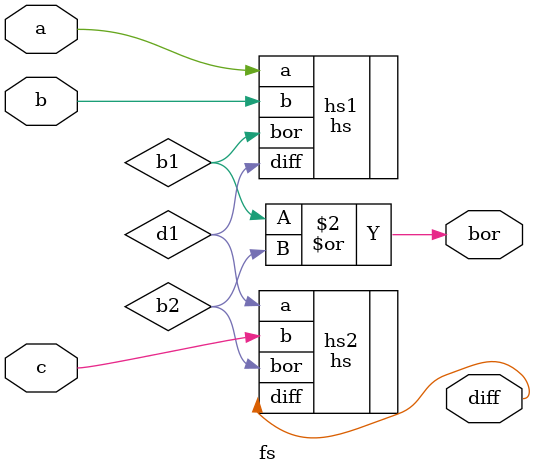
<source format=v>
module fs(input a,b,c, output diff,output reg bor);
wire d1,b1,b2;
hs hs1(.a(a),.b(b),.diff(d1),.bor(b1));
hs hs2(.a(d1),.b(c),.diff(diff),.bor(b2));
always @(*) begin
bor=b1|b2;
end
endmodule

</source>
